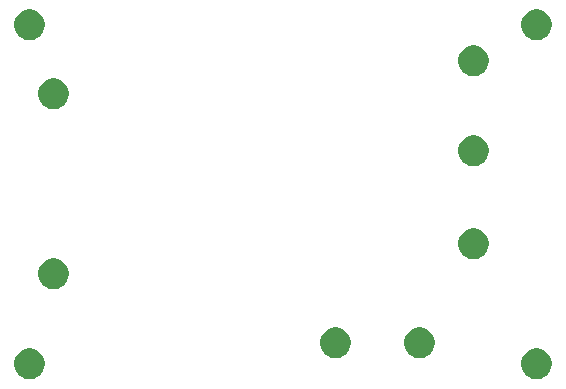
<source format=gbr>
G04 #@! TF.GenerationSoftware,KiCad,Pcbnew,5.0.2+dfsg1-1*
G04 #@! TF.CreationDate,2019-12-28T21:20:38-05:00*
G04 #@! TF.ProjectId,2001captchpad,32303031-6361-4707-9463-687061642e6b,rev?*
G04 #@! TF.SameCoordinates,Original*
G04 #@! TF.FileFunction,Soldermask,Bot*
G04 #@! TF.FilePolarity,Negative*
%FSLAX46Y46*%
G04 Gerber Fmt 4.6, Leading zero omitted, Abs format (unit mm)*
G04 Created by KiCad (PCBNEW 5.0.2+dfsg1-1) date Sat 28 Dec 2019 09:20:38 PM EST*
%MOMM*%
%LPD*%
G01*
G04 APERTURE LIST*
%ADD10C,0.100000*%
G04 APERTURE END LIST*
D10*
G36*
X141349485Y-112540996D02*
X141349487Y-112540997D01*
X141349488Y-112540997D01*
X141564607Y-112630102D01*
X141586255Y-112639069D01*
X141799342Y-112781449D01*
X141980551Y-112962658D01*
X142122931Y-113175745D01*
X142221004Y-113412515D01*
X142271000Y-113663861D01*
X142271000Y-113920139D01*
X142221004Y-114171485D01*
X142122931Y-114408255D01*
X141980551Y-114621342D01*
X141799342Y-114802551D01*
X141799339Y-114802553D01*
X141586255Y-114944931D01*
X141349488Y-115043003D01*
X141349487Y-115043003D01*
X141349485Y-115043004D01*
X141098139Y-115093000D01*
X140841861Y-115093000D01*
X140590515Y-115043004D01*
X140590513Y-115043003D01*
X140590512Y-115043003D01*
X140353745Y-114944931D01*
X140140661Y-114802553D01*
X140140658Y-114802551D01*
X139959449Y-114621342D01*
X139817069Y-114408255D01*
X139718996Y-114171485D01*
X139669000Y-113920139D01*
X139669000Y-113663861D01*
X139718996Y-113412515D01*
X139817069Y-113175745D01*
X139959449Y-112962658D01*
X140140658Y-112781449D01*
X140353745Y-112639069D01*
X140375393Y-112630102D01*
X140590512Y-112540997D01*
X140590513Y-112540997D01*
X140590515Y-112540996D01*
X140841861Y-112491000D01*
X141098139Y-112491000D01*
X141349485Y-112540996D01*
X141349485Y-112540996D01*
G37*
G36*
X184275485Y-112540996D02*
X184275487Y-112540997D01*
X184275488Y-112540997D01*
X184490607Y-112630102D01*
X184512255Y-112639069D01*
X184725342Y-112781449D01*
X184906551Y-112962658D01*
X185048931Y-113175745D01*
X185147004Y-113412515D01*
X185197000Y-113663861D01*
X185197000Y-113920139D01*
X185147004Y-114171485D01*
X185048931Y-114408255D01*
X184906551Y-114621342D01*
X184725342Y-114802551D01*
X184725339Y-114802553D01*
X184512255Y-114944931D01*
X184275488Y-115043003D01*
X184275487Y-115043003D01*
X184275485Y-115043004D01*
X184024139Y-115093000D01*
X183767861Y-115093000D01*
X183516515Y-115043004D01*
X183516513Y-115043003D01*
X183516512Y-115043003D01*
X183279745Y-114944931D01*
X183066661Y-114802553D01*
X183066658Y-114802551D01*
X182885449Y-114621342D01*
X182743069Y-114408255D01*
X182644996Y-114171485D01*
X182595000Y-113920139D01*
X182595000Y-113663861D01*
X182644996Y-113412515D01*
X182743069Y-113175745D01*
X182885449Y-112962658D01*
X183066658Y-112781449D01*
X183279745Y-112639069D01*
X183301393Y-112630102D01*
X183516512Y-112540997D01*
X183516513Y-112540997D01*
X183516515Y-112540996D01*
X183767861Y-112491000D01*
X184024139Y-112491000D01*
X184275485Y-112540996D01*
X184275485Y-112540996D01*
G37*
G36*
X167257393Y-110763304D02*
X167494102Y-110861352D01*
X167707138Y-111003698D01*
X167888302Y-111184862D01*
X168030648Y-111397898D01*
X168128696Y-111634607D01*
X168178680Y-111885893D01*
X168178680Y-112142107D01*
X168128696Y-112393393D01*
X168030648Y-112630102D01*
X167888302Y-112843138D01*
X167707138Y-113024302D01*
X167494102Y-113166648D01*
X167257393Y-113264696D01*
X167006107Y-113314680D01*
X166749893Y-113314680D01*
X166498607Y-113264696D01*
X166261898Y-113166648D01*
X166048862Y-113024302D01*
X165867698Y-112843138D01*
X165725352Y-112630102D01*
X165627304Y-112393393D01*
X165577320Y-112142107D01*
X165577320Y-111885893D01*
X165627304Y-111634607D01*
X165725352Y-111397898D01*
X165867698Y-111184862D01*
X166048862Y-111003698D01*
X166261898Y-110861352D01*
X166498607Y-110763304D01*
X166749893Y-110713320D01*
X167006107Y-110713320D01*
X167257393Y-110763304D01*
X167257393Y-110763304D01*
G37*
G36*
X174369393Y-110763304D02*
X174606102Y-110861352D01*
X174819138Y-111003698D01*
X175000302Y-111184862D01*
X175142648Y-111397898D01*
X175240696Y-111634607D01*
X175290680Y-111885893D01*
X175290680Y-112142107D01*
X175240696Y-112393393D01*
X175142648Y-112630102D01*
X175000302Y-112843138D01*
X174819138Y-113024302D01*
X174606102Y-113166648D01*
X174369393Y-113264696D01*
X174118107Y-113314680D01*
X173861893Y-113314680D01*
X173610607Y-113264696D01*
X173373898Y-113166648D01*
X173160862Y-113024302D01*
X172979698Y-112843138D01*
X172837352Y-112630102D01*
X172739304Y-112393393D01*
X172689320Y-112142107D01*
X172689320Y-111885893D01*
X172739304Y-111634607D01*
X172837352Y-111397898D01*
X172979698Y-111184862D01*
X173160862Y-111003698D01*
X173373898Y-110861352D01*
X173610607Y-110763304D01*
X173861893Y-110713320D01*
X174118107Y-110713320D01*
X174369393Y-110763304D01*
X174369393Y-110763304D01*
G37*
G36*
X143381393Y-104921304D02*
X143618102Y-105019352D01*
X143831138Y-105161698D01*
X144012302Y-105342862D01*
X144154648Y-105555898D01*
X144252696Y-105792607D01*
X144302680Y-106043893D01*
X144302680Y-106300107D01*
X144252696Y-106551393D01*
X144154648Y-106788102D01*
X144012302Y-107001138D01*
X143831138Y-107182302D01*
X143618102Y-107324648D01*
X143381393Y-107422696D01*
X143130107Y-107472680D01*
X142873893Y-107472680D01*
X142622607Y-107422696D01*
X142385898Y-107324648D01*
X142172862Y-107182302D01*
X141991698Y-107001138D01*
X141849352Y-106788102D01*
X141751304Y-106551393D01*
X141701320Y-106300107D01*
X141701320Y-106043893D01*
X141751304Y-105792607D01*
X141849352Y-105555898D01*
X141991698Y-105342862D01*
X142172862Y-105161698D01*
X142385898Y-105019352D01*
X142622607Y-104921304D01*
X142873893Y-104871320D01*
X143130107Y-104871320D01*
X143381393Y-104921304D01*
X143381393Y-104921304D01*
G37*
G36*
X178941393Y-102381304D02*
X179178102Y-102479352D01*
X179391138Y-102621698D01*
X179572302Y-102802862D01*
X179714648Y-103015898D01*
X179812696Y-103252607D01*
X179862680Y-103503893D01*
X179862680Y-103760107D01*
X179812696Y-104011393D01*
X179714648Y-104248102D01*
X179572302Y-104461138D01*
X179391138Y-104642302D01*
X179178102Y-104784648D01*
X178941393Y-104882696D01*
X178690107Y-104932680D01*
X178433893Y-104932680D01*
X178182607Y-104882696D01*
X177945898Y-104784648D01*
X177732862Y-104642302D01*
X177551698Y-104461138D01*
X177409352Y-104248102D01*
X177311304Y-104011393D01*
X177261320Y-103760107D01*
X177261320Y-103503893D01*
X177311304Y-103252607D01*
X177409352Y-103015898D01*
X177551698Y-102802862D01*
X177732862Y-102621698D01*
X177945898Y-102479352D01*
X178182607Y-102381304D01*
X178433893Y-102331320D01*
X178690107Y-102331320D01*
X178941393Y-102381304D01*
X178941393Y-102381304D01*
G37*
G36*
X178941393Y-94507304D02*
X179178102Y-94605352D01*
X179391138Y-94747698D01*
X179572302Y-94928862D01*
X179714648Y-95141898D01*
X179812696Y-95378607D01*
X179862680Y-95629893D01*
X179862680Y-95886107D01*
X179812696Y-96137393D01*
X179714648Y-96374102D01*
X179572302Y-96587138D01*
X179391138Y-96768302D01*
X179178102Y-96910648D01*
X178941393Y-97008696D01*
X178690107Y-97058680D01*
X178433893Y-97058680D01*
X178182607Y-97008696D01*
X177945898Y-96910648D01*
X177732862Y-96768302D01*
X177551698Y-96587138D01*
X177409352Y-96374102D01*
X177311304Y-96137393D01*
X177261320Y-95886107D01*
X177261320Y-95629893D01*
X177311304Y-95378607D01*
X177409352Y-95141898D01*
X177551698Y-94928862D01*
X177732862Y-94747698D01*
X177945898Y-94605352D01*
X178182607Y-94507304D01*
X178433893Y-94457320D01*
X178690107Y-94457320D01*
X178941393Y-94507304D01*
X178941393Y-94507304D01*
G37*
G36*
X143381393Y-89681304D02*
X143618102Y-89779352D01*
X143831138Y-89921698D01*
X144012302Y-90102862D01*
X144154648Y-90315898D01*
X144252696Y-90552607D01*
X144302680Y-90803893D01*
X144302680Y-91060107D01*
X144252696Y-91311393D01*
X144154648Y-91548102D01*
X144012302Y-91761138D01*
X143831138Y-91942302D01*
X143618102Y-92084648D01*
X143381393Y-92182696D01*
X143130107Y-92232680D01*
X142873893Y-92232680D01*
X142622607Y-92182696D01*
X142385898Y-92084648D01*
X142172862Y-91942302D01*
X141991698Y-91761138D01*
X141849352Y-91548102D01*
X141751304Y-91311393D01*
X141701320Y-91060107D01*
X141701320Y-90803893D01*
X141751304Y-90552607D01*
X141849352Y-90315898D01*
X141991698Y-90102862D01*
X142172862Y-89921698D01*
X142385898Y-89779352D01*
X142622607Y-89681304D01*
X142873893Y-89631320D01*
X143130107Y-89631320D01*
X143381393Y-89681304D01*
X143381393Y-89681304D01*
G37*
G36*
X178941393Y-86887304D02*
X179178102Y-86985352D01*
X179391138Y-87127698D01*
X179572302Y-87308862D01*
X179714648Y-87521898D01*
X179812696Y-87758607D01*
X179862680Y-88009893D01*
X179862680Y-88266107D01*
X179812696Y-88517393D01*
X179714648Y-88754102D01*
X179572302Y-88967138D01*
X179391138Y-89148302D01*
X179178102Y-89290648D01*
X178941393Y-89388696D01*
X178690107Y-89438680D01*
X178433893Y-89438680D01*
X178182607Y-89388696D01*
X177945898Y-89290648D01*
X177732862Y-89148302D01*
X177551698Y-88967138D01*
X177409352Y-88754102D01*
X177311304Y-88517393D01*
X177261320Y-88266107D01*
X177261320Y-88009893D01*
X177311304Y-87758607D01*
X177409352Y-87521898D01*
X177551698Y-87308862D01*
X177732862Y-87127698D01*
X177945898Y-86985352D01*
X178182607Y-86887304D01*
X178433893Y-86837320D01*
X178690107Y-86837320D01*
X178941393Y-86887304D01*
X178941393Y-86887304D01*
G37*
G36*
X141349485Y-83838996D02*
X141349487Y-83838997D01*
X141349488Y-83838997D01*
X141586255Y-83937069D01*
X141799342Y-84079449D01*
X141980551Y-84260658D01*
X142122931Y-84473745D01*
X142221004Y-84710515D01*
X142271000Y-84961861D01*
X142271000Y-85218139D01*
X142221004Y-85469485D01*
X142122931Y-85706255D01*
X141980551Y-85919342D01*
X141799342Y-86100551D01*
X141799339Y-86100553D01*
X141586255Y-86242931D01*
X141349488Y-86341003D01*
X141349487Y-86341003D01*
X141349485Y-86341004D01*
X141098139Y-86391000D01*
X140841861Y-86391000D01*
X140590515Y-86341004D01*
X140590513Y-86341003D01*
X140590512Y-86341003D01*
X140353745Y-86242931D01*
X140140661Y-86100553D01*
X140140658Y-86100551D01*
X139959449Y-85919342D01*
X139817069Y-85706255D01*
X139718996Y-85469485D01*
X139669000Y-85218139D01*
X139669000Y-84961861D01*
X139718996Y-84710515D01*
X139817069Y-84473745D01*
X139959449Y-84260658D01*
X140140658Y-84079449D01*
X140353745Y-83937069D01*
X140590512Y-83838997D01*
X140590513Y-83838997D01*
X140590515Y-83838996D01*
X140841861Y-83789000D01*
X141098139Y-83789000D01*
X141349485Y-83838996D01*
X141349485Y-83838996D01*
G37*
G36*
X184275485Y-83838996D02*
X184275487Y-83838997D01*
X184275488Y-83838997D01*
X184512255Y-83937069D01*
X184725342Y-84079449D01*
X184906551Y-84260658D01*
X185048931Y-84473745D01*
X185147004Y-84710515D01*
X185197000Y-84961861D01*
X185197000Y-85218139D01*
X185147004Y-85469485D01*
X185048931Y-85706255D01*
X184906551Y-85919342D01*
X184725342Y-86100551D01*
X184725339Y-86100553D01*
X184512255Y-86242931D01*
X184275488Y-86341003D01*
X184275487Y-86341003D01*
X184275485Y-86341004D01*
X184024139Y-86391000D01*
X183767861Y-86391000D01*
X183516515Y-86341004D01*
X183516513Y-86341003D01*
X183516512Y-86341003D01*
X183279745Y-86242931D01*
X183066661Y-86100553D01*
X183066658Y-86100551D01*
X182885449Y-85919342D01*
X182743069Y-85706255D01*
X182644996Y-85469485D01*
X182595000Y-85218139D01*
X182595000Y-84961861D01*
X182644996Y-84710515D01*
X182743069Y-84473745D01*
X182885449Y-84260658D01*
X183066658Y-84079449D01*
X183279745Y-83937069D01*
X183516512Y-83838997D01*
X183516513Y-83838997D01*
X183516515Y-83838996D01*
X183767861Y-83789000D01*
X184024139Y-83789000D01*
X184275485Y-83838996D01*
X184275485Y-83838996D01*
G37*
M02*

</source>
